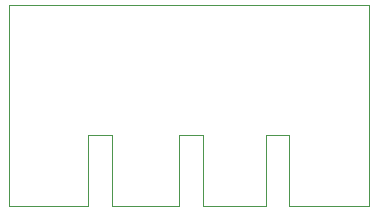
<source format=gbr>
%TF.GenerationSoftware,KiCad,Pcbnew,7.0.11-7.0.11~ubuntu22.04.1*%
%TF.CreationDate,2024-04-16T17:02:09+02:00*%
%TF.ProjectId,I2C_Module_SHT45_BME280_FUEL4EP,4932435f-4d6f-4647-956c-655f53485434,V1.3*%
%TF.SameCoordinates,Original*%
%TF.FileFunction,Profile,NP*%
%FSLAX46Y46*%
G04 Gerber Fmt 4.6, Leading zero omitted, Abs format (unit mm)*
G04 Created by KiCad (PCBNEW 7.0.11-7.0.11~ubuntu22.04.1) date 2024-04-16 17:02:09*
%MOMM*%
%LPD*%
G01*
G04 APERTURE LIST*
%TA.AperFunction,Profile*%
%ADD10C,0.038100*%
%TD*%
G04 APERTURE END LIST*
D10*
X6700000Y0D02*
X0Y0D01*
X16400000Y6000000D02*
X14400000Y6000000D01*
X6700000Y6000000D02*
X8700000Y6000000D01*
X16400000Y0D02*
X16400000Y6000000D01*
X6700000Y0D02*
X6700000Y6000000D01*
X30480000Y0D02*
X26100000Y0D01*
X0Y17000000D02*
X0Y0D01*
X0Y17000000D02*
X30480000Y17000000D01*
X14400000Y0D02*
X8700000Y0D01*
X21700000Y0D02*
X21700000Y6000000D01*
X8700000Y6000000D02*
X8700000Y0D01*
X21700000Y6000000D02*
X23700000Y6000000D01*
X14400000Y6000000D02*
X14400000Y0D01*
X26100000Y0D02*
X23700000Y0D01*
X23700000Y6000000D02*
X23700000Y0D01*
X21700000Y0D02*
X16400000Y0D01*
X30480000Y17000000D02*
X30480000Y0D01*
M02*

</source>
